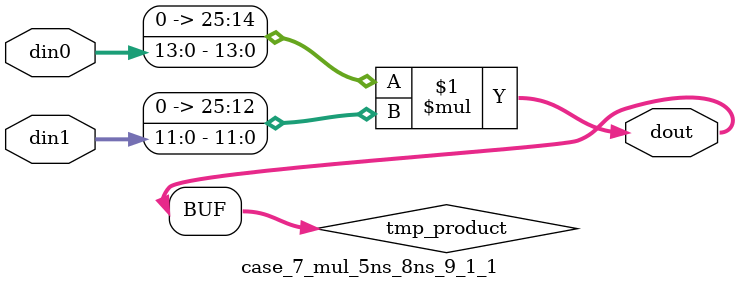
<source format=v>

`timescale 1 ns / 1 ps

 (* use_dsp = "no" *)  module case_7_mul_5ns_8ns_9_1_1(din0, din1, dout);
parameter ID = 1;
parameter NUM_STAGE = 0;
parameter din0_WIDTH = 14;
parameter din1_WIDTH = 12;
parameter dout_WIDTH = 26;

input [din0_WIDTH - 1 : 0] din0; 
input [din1_WIDTH - 1 : 0] din1; 
output [dout_WIDTH - 1 : 0] dout;

wire signed [dout_WIDTH - 1 : 0] tmp_product;
























assign tmp_product = $signed({1'b0, din0}) * $signed({1'b0, din1});











assign dout = tmp_product;





















endmodule

</source>
